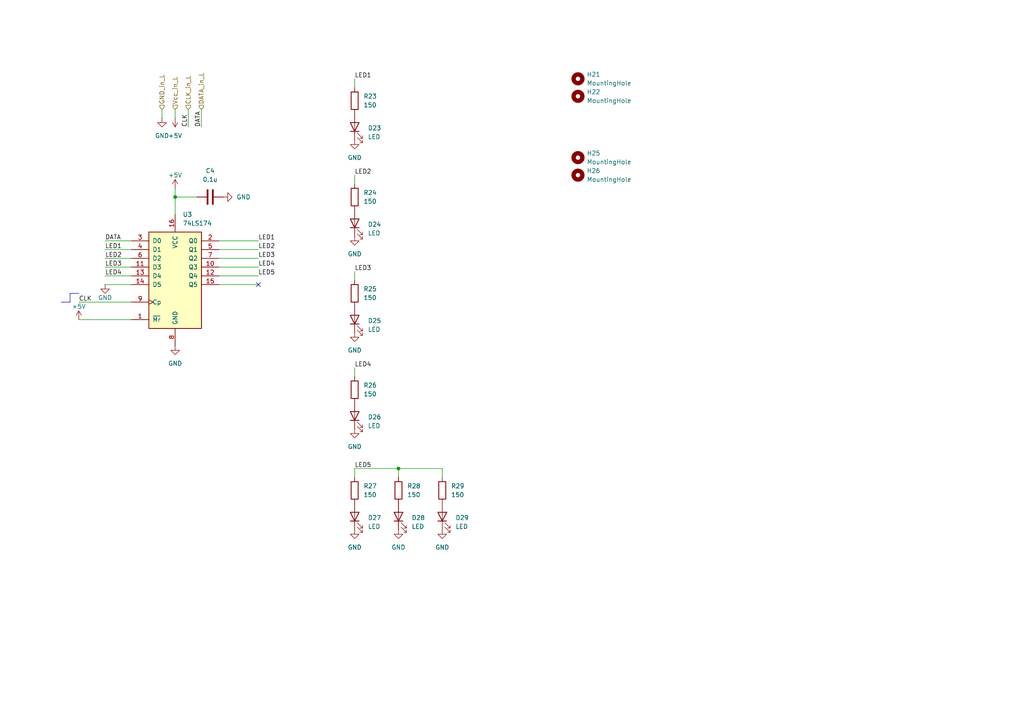
<source format=kicad_sch>
(kicad_sch (version 20231120) (generator "eeschema") (generator_version "8.0")
  (paper "A4")
  (lib_symbols
    (symbol "74xx:74LS174" (pin_names (offset 1.016))
      (property "Reference" "U" (at -7.62 13.97 0))
      (property "Value" "74LS174" (at -7.62 -16.51 0))
      (symbol "74LS174_1_0"
        (pin input line (at -12.7 -12.7 0) (length 5.08) (name "~{Mr}") (number "1"))
        (pin output line (at 12.7 2.54 180) (length 5.08) (name "Q3") (number "10"))
        (pin input line (at -12.7 2.54 0) (length 5.08) (name "D3") (number "11"))
        (pin output line (at 12.7 0 180) (length 5.08) (name "Q4") (number "12"))
        (pin input line (at -12.7 0 0) (length 5.08) (name "D4") (number "13"))
        (pin input line (at -12.7 -2.54 0) (length 5.08) (name "D5") (number "14"))
        (pin output line (at 12.7 -2.54 180) (length 5.08) (name "Q5") (number "15"))
        (pin power_in line (at 0 17.78 270) (length 5.08) (name "VCC") (number "16"))
        (pin output line (at 12.7 10.16 180) (length 5.08) (name "Q0") (number "2"))
        (pin input line (at -12.7 10.16 0) (length 5.08) (name "D0") (number "3"))
        (pin input line (at -12.7 7.62 0) (length 5.08) (name "D1") (number "4"))
        (pin output line (at 12.7 7.62 180) (length 5.08) (name "Q1") (number "5"))
        (pin input line (at -12.7 5.08 0) (length 5.08) (name "D2") (number "6"))
        (pin output line (at 12.7 5.08 180) (length 5.08) (name "Q2") (number "7"))
        (pin power_in line (at 0 -20.32 90) (length 5.08) (name "GND") (number "8"))
        (pin input clock (at -12.7 -7.62 0) (length 5.08) (name "Cp") (number "9"))
      )
      (symbol "74LS174_1_1"
        (rectangle (start -7.62 12.7) (end 7.62 -15.24) (stroke (width 0.254)) (fill (type background)))
      )
    )
    (symbol "Device:C" (pin_numbers hide) (pin_names (offset 0.254))
      (property "Reference" "C" (at 0.635 2.54 0))
      (property "Value" "C" (at 0.635 -2.54 0))
      (symbol "C_0_1"
        (polyline (pts (xy -2.032 -0.762) (xy 2.032 -0.762)) (stroke (width 0.508)))
        (polyline (pts (xy -2.032 0.762) (xy 2.032 0.762)) (stroke (width 0.508)))
      )
      (symbol "C_1_1"
        (pin passive line (at 0 3.81 270) (length 2.794) (name "~") (number "1"))
        (pin passive line (at 0 -3.81 90) (length 2.794) (name "~") (number "2"))
      )
    )
    (symbol "Device:LED" (pin_numbers hide) (pin_names (offset 1.016) hide)
      (property "Reference" "D" (at 0 2.54 0))
      (property "Value" "LED" (at 0 -2.54 0))
      (symbol "LED_0_1"
        (polyline (pts (xy -1.27 -1.27) (xy -1.27 1.27)) (stroke (width 0.254)))
        (polyline (pts (xy -1.27 0) (xy 1.27 0)))
        (polyline (pts (xy 1.27 -1.27) (xy 1.27 1.27) (xy -1.27 0) (xy 1.27 -1.27)) (stroke (width 0.254)))
        (polyline (pts (xy -3.048 -0.762) (xy -4.572 -2.286) (xy -3.81 -2.286) (xy -4.572 -2.286) (xy -4.572 -1.524)))
        (polyline (pts (xy -1.778 -0.762) (xy -3.302 -2.286) (xy -2.54 -2.286) (xy -3.302 -2.286) (xy -3.302 -1.524)))
      )
      (symbol "LED_1_1"
        (pin passive line (at -3.81 0 0) (length 2.54) (name "K") (number "1"))
        (pin passive line (at 3.81 0 180) (length 2.54) (name "A") (number "2"))
      )
    )
    (symbol "Device:R" (pin_numbers hide) (pin_names (offset 0))
      (property "Reference" "R" (at 2.032 0 90))
      (property "Value" "R" (at 0 0 90))
      (symbol "R_0_1"
        (rectangle (start -1.016 -2.54) (end 1.016 2.54) (stroke (width 0.254)))
      )
      (symbol "R_1_1"
        (pin passive line (at 0 3.81 270) (length 1.27) (name "~") (number "1"))
        (pin passive line (at 0 -3.81 90) (length 1.27) (name "~") (number "2"))
      )
    )
    (symbol "Mechanical:MountingHole" (pin_names (offset 1.016)) (exclude_from_sim yes) (in_bom no)
      (property "Reference" "H" (at 0 5.08 0))
      (property "Value" "MountingHole" (at 0 3.175 0))
      (symbol "MountingHole_0_1"
        (circle (center 0 0) (radius 1.27) (stroke (width 1.27)))
      )
    )
    (symbol "power:+5V" (power) (pin_numbers hide) (pin_names (offset 0) hide)
      (property "Value" "+5V" (at 0 3.556 0))
      (symbol "+5V_0_1"
        (polyline (pts (xy -0.762 1.27) (xy 0 2.54)))
        (polyline (pts (xy 0 0) (xy 0 2.54)))
        (polyline (pts (xy 0 2.54) (xy 0.762 1.27)))
      )
      (symbol "+5V_1_1"
        (pin power_in line (at 0 0 90) (length 0) (name "~") (number "1"))
      )
    )
    (symbol "power:GND" (power) (pin_numbers hide) (pin_names (offset 0) hide)
      (property "Value" "GND" (at 0 -3.81 0))
      (symbol "GND_0_1"
        (polyline (pts (xy 0 0) (xy 0 -1.27) (xy 1.27 -1.27) (xy 0 -2.54) (xy -1.27 -1.27) (xy 0 -1.27)))
      )
      (symbol "GND_1_1"
        (pin power_in line (at 0 0 270) (length 0) (name "~") (number "1"))
      )
    )
  )
  (junction (at 115.57 135.89))
  (junction (at 50.8 57.15))
  (no_connect (at 74.93 82.55))
  (wire (pts (xy 30.48 74.93) (xy 38.1 74.93)))
  (wire (pts (xy 50.8 57.15) (xy 50.8 62.23)))
  (polyline (pts (xy 17.78 87.63) (xy 20.32 87.63)))
  (wire (pts (xy 22.86 87.63) (xy 38.1 87.63)))
  (polyline (pts (xy 20.32 85.09) (xy 22.86 85.09)))
  (wire (pts (xy 30.48 69.85) (xy 38.1 69.85)))
  (wire (pts (xy 63.5 80.01) (xy 74.93 80.01)))
  (wire (pts (xy 50.8 31.75) (xy 50.8 34.29)))
  (wire (pts (xy 46.99 31.75) (xy 46.99 34.29)))
  (polyline (pts (xy 20.32 87.63) (xy 20.32 85.09)))
  (wire (pts (xy 30.48 80.01) (xy 38.1 80.01)))
  (wire (pts (xy 128.27 135.89) (xy 128.27 138.43)))
  (wire (pts (xy 102.87 22.86) (xy 102.87 25.4)))
  (wire (pts (xy 57.15 57.15) (xy 50.8 57.15)))
  (wire (pts (xy 115.57 135.89) (xy 128.27 135.89)))
  (wire (pts (xy 102.87 78.74) (xy 102.87 81.28)))
  (wire (pts (xy 63.5 77.47) (xy 74.93 77.47)))
  (wire (pts (xy 102.87 135.89) (xy 102.87 138.43)))
  (wire (pts (xy 54.61 31.75) (xy 54.61 36.83)))
  (wire (pts (xy 63.5 72.39) (xy 74.93 72.39)))
  (wire (pts (xy 63.5 74.93) (xy 74.93 74.93)))
  (wire (pts (xy 63.5 82.55) (xy 74.93 82.55)))
  (wire (pts (xy 102.87 106.68) (xy 102.87 109.22)))
  (wire (pts (xy 30.48 77.47) (xy 38.1 77.47)))
  (wire (pts (xy 30.48 72.39) (xy 38.1 72.39)))
  (wire (pts (xy 63.5 69.85) (xy 74.93 69.85)))
  (wire (pts (xy 102.87 135.89) (xy 115.57 135.89)))
  (wire (pts (xy 22.86 92.71) (xy 38.1 92.71)))
  (wire (pts (xy 30.48 82.55) (xy 38.1 82.55)))
  (wire (pts (xy 115.57 135.89) (xy 115.57 138.43)))
  (wire (pts (xy 58.42 31.75) (xy 58.42 36.83)))
  (wire (pts (xy 102.87 50.8) (xy 102.87 53.34)))
  (wire (pts (xy 50.8 54.61) (xy 50.8 57.15)))
  (label "LED3" (at 102.87 78.74 0))
  (label "DATA" (at 58.42 36.83 90))
  (label "CLK" (at 54.61 36.83 90))
  (label "CLK" (at 22.86 87.63 0))
  (label "LED4" (at 30.48 80.01 0))
  (label "DATA" (at 30.48 69.85 0))
  (label "LED3" (at 74.93 74.93 0))
  (label "LED5" (at 102.87 135.89 0))
  (label "LED1" (at 30.48 72.39 0))
  (label "LED1" (at 102.87 22.86 0))
  (label "LED1" (at 74.93 69.85 0))
  (label "LED3" (at 30.48 77.47 0))
  (label "LED2" (at 74.93 72.39 0))
  (label "LED5" (at 74.93 80.01 0))
  (label "LED4" (at 74.93 77.47 0))
  (label "LED2" (at 102.87 50.8 0))
  (label "LED4" (at 102.87 106.68 0))
  (label "LED2" (at 30.48 74.93 0))
  (hierarchical_label "Vcc_in_L" (shape input) (at 50.8 31.75 90))
  (hierarchical_label "CLK_in_L" (shape input) (at 54.61 31.75 90))
  (hierarchical_label "GND_in_L" (shape input) (at 46.99 31.75 90))
  (hierarchical_label "DATA_in_L" (shape input) (at 58.42 31.75 90))
  (symbol (lib_id "Device:LED") (at 102.87 149.86 90) (unit 1)
    (property "Reference" "D27" (at 106.68 150.1774 90) (effects (justify right)))
    (property "Value" "LED" (at 106.68 152.7174 90) (effects (justify right)))
    (property "Footprint" "LED_THT:LED_D5.0mm" (effects (hide yes)))
    (property "Description" "Light emitting diode" (effects (hide yes)))
  )
  (symbol (lib_id "Device:R") (at 115.57 142.24 0) (unit 1)
    (property "Reference" "R28" (at 118.11 140.9699 0) (effects (justify left)))
    (property "Value" "150" (at 118.11 143.5099 0) (effects (justify left)))
    (property "Footprint" "Resistor_SMD:R_0603_1608Metric" (effects (hide yes)))
    (property "Description" "Resistor" (effects (hide yes)))
  )
  (symbol (lib_id "power:+5V") (at 50.8 54.61 0) (unit 1)
    (property "Reference" "#PWR038" (effects (hide yes)))
    (property "Value" "+5V" (at 50.8 50.8 0))
    (property "Description" "Power symbol creates a global label with name \"+5V\"" (effects (hide yes)))
  )
  (symbol (lib_id "Mechanical:MountingHole") (at 167.64 50.8 0) (unit 1) (exclude_from_sim yes) (in_bom no)
    (property "Reference" "H26" (at 170.18 49.5299 0) (effects (justify left)))
    (property "Value" "MountingHole" (at 170.18 52.0699 0) (effects (justify left)))
    (property "Footprint" "MountingHole:MountingHole_5.3mm_M5_DIN965_Pad" (effects (hide yes)))
    (property "Description" "Mounting Hole without connection" (effects (hide yes)))
  )
  (symbol (lib_id "power:GND") (at 102.87 153.67 0) (unit 1)
    (property "Reference" "#PWR044" (effects (hide yes)))
    (property "Value" "GND" (at 102.87 158.75 0))
    (property "Description" "Power symbol creates a global label with name \"GND\" , ground" (effects (hide yes)))
  )
  (symbol (lib_id "power:GND") (at 102.87 124.46 0) (unit 1)
    (property "Reference" "#PWR043" (effects (hide yes)))
    (property "Value" "GND" (at 102.87 129.54 0))
    (property "Description" "Power symbol creates a global label with name \"GND\" , ground" (effects (hide yes)))
  )
  (symbol (lib_id "power:GND") (at 46.99 34.29 0) (unit 1)
    (property "Reference" "#PWR047" (effects (hide yes)))
    (property "Value" "GND" (at 46.99 39.37 0))
    (property "Description" "Power symbol creates a global label with name \"GND\" , ground" (effects (hide yes)))
  )
  (symbol (lib_id "Device:LED") (at 102.87 120.65 90) (unit 1)
    (property "Reference" "D26" (at 106.68 120.9674 90) (effects (justify right)))
    (property "Value" "LED" (at 106.68 123.5074 90) (effects (justify right)))
    (property "Footprint" "LED_THT:LED_D5.0mm" (effects (hide yes)))
    (property "Description" "Light emitting diode" (effects (hide yes)))
  )
  (symbol (lib_id "power:+5V") (at 50.8 34.29 180) (unit 1)
    (property "Reference" "#PWR049" (effects (hide yes)))
    (property "Value" "+5V" (at 50.8 39.37 0))
    (property "Description" "Power symbol creates a global label with name \"+5V\"" (effects (hide yes)))
  )
  (symbol (lib_id "Device:R") (at 102.87 113.03 0) (unit 1)
    (property "Reference" "R26" (at 105.41 111.7599 0) (effects (justify left)))
    (property "Value" "150" (at 105.41 114.2999 0) (effects (justify left)))
    (property "Footprint" "Resistor_SMD:R_0603_1608Metric" (effects (hide yes)))
    (property "Description" "Resistor" (effects (hide yes)))
  )
  (symbol (lib_id "power:GND") (at 64.77 57.15 90) (unit 1)
    (property "Reference" "#PWR070" (effects (hide yes)))
    (property "Value" "GND" (at 68.58 57.1499 90) (effects (justify right)))
    (property "Description" "Power symbol creates a global label with name \"GND\" , ground" (effects (hide yes)))
  )
  (symbol (lib_id "power:GND") (at 115.57 153.67 0) (unit 1)
    (property "Reference" "#PWR045" (effects (hide yes)))
    (property "Value" "GND" (at 115.57 158.75 0))
    (property "Description" "Power symbol creates a global label with name \"GND\" , ground" (effects (hide yes)))
  )
  (symbol (lib_id "power:GND") (at 102.87 40.64 0) (unit 1)
    (property "Reference" "#PWR040" (effects (hide yes)))
    (property "Value" "GND" (at 102.87 45.72 0))
    (property "Description" "Power symbol creates a global label with name \"GND\" , ground" (effects (hide yes)))
  )
  (symbol (lib_id "power:+5V") (at 22.86 92.71 0) (unit 1)
    (property "Reference" "#PWR037" (effects (hide yes)))
    (property "Value" "+5V" (at 22.86 88.9 0))
    (property "Description" "Power symbol creates a global label with name \"+5V\"" (effects (hide yes)))
  )
  (symbol (lib_id "Mechanical:MountingHole") (at 167.64 22.86 0) (unit 1) (exclude_from_sim yes) (in_bom no)
    (property "Reference" "H21" (at 170.18 21.5899 0) (effects (justify left)))
    (property "Value" "MountingHole" (at 170.18 24.1299 0) (effects (justify left)))
    (property "Footprint" "MountingHole:MountingHole_5.3mm_M5_DIN965_Pad" (effects (hide yes)))
    (property "Description" "Mounting Hole without connection" (effects (hide yes)))
  )
  (symbol (lib_id "Device:LED") (at 128.27 149.86 90) (unit 1)
    (property "Reference" "D29" (at 132.08 150.1774 90) (effects (justify right)))
    (property "Value" "LED" (at 132.08 152.7174 90) (effects (justify right)))
    (property "Footprint" "LED_THT:LED_D5.0mm" (effects (hide yes)))
    (property "Description" "Light emitting diode" (effects (hide yes)))
  )
  (symbol (lib_id "Device:LED") (at 115.57 149.86 90) (unit 1)
    (property "Reference" "D28" (at 119.38 150.1774 90) (effects (justify right)))
    (property "Value" "LED" (at 119.38 152.7174 90) (effects (justify right)))
    (property "Footprint" "LED_THT:LED_D5.0mm" (effects (hide yes)))
    (property "Description" "Light emitting diode" (effects (hide yes)))
  )
  (symbol (lib_id "Device:LED") (at 102.87 64.77 90) (unit 1)
    (property "Reference" "D24" (at 106.68 65.0874 90) (effects (justify right)))
    (property "Value" "LED" (at 106.68 67.6274 90) (effects (justify right)))
    (property "Footprint" "LED_THT:LED_D5.0mm" (effects (hide yes)))
    (property "Description" "Light emitting diode" (effects (hide yes)))
  )
  (symbol (lib_id "Mechanical:MountingHole") (at 167.64 27.94 0) (unit 1) (exclude_from_sim yes) (in_bom no)
    (property "Reference" "H22" (at 170.18 26.6699 0) (effects (justify left)))
    (property "Value" "MountingHole" (at 170.18 29.2099 0) (effects (justify left)))
    (property "Footprint" "MountingHole:MountingHole_5.3mm_M5_DIN965_Pad" (effects (hide yes)))
    (property "Description" "Mounting Hole without connection" (effects (hide yes)))
  )
  (symbol (lib_id "Device:LED") (at 102.87 92.71 90) (unit 1)
    (property "Reference" "D25" (at 106.68 93.0274 90) (effects (justify right)))
    (property "Value" "LED" (at 106.68 95.5674 90) (effects (justify right)))
    (property "Footprint" "LED_THT:LED_D5.0mm" (effects (hide yes)))
    (property "Description" "Light emitting diode" (effects (hide yes)))
  )
  (symbol (lib_id "Device:R") (at 102.87 85.09 0) (unit 1)
    (property "Reference" "R25" (at 105.41 83.8199 0) (effects (justify left)))
    (property "Value" "150" (at 105.41 86.3599 0) (effects (justify left)))
    (property "Footprint" "Resistor_SMD:R_0603_1608Metric" (effects (hide yes)))
    (property "Description" "Resistor" (effects (hide yes)))
  )
  (symbol (lib_id "power:GND") (at 102.87 68.58 0) (unit 1)
    (property "Reference" "#PWR041" (effects (hide yes)))
    (property "Value" "GND" (at 102.87 73.66 0))
    (property "Description" "Power symbol creates a global label with name \"GND\" , ground" (effects (hide yes)))
  )
  (symbol (lib_id "power:GND") (at 50.8 100.33 0) (unit 1)
    (property "Reference" "#PWR039" (effects (hide yes)))
    (property "Value" "GND" (at 50.8 105.41 0))
    (property "Description" "Power symbol creates a global label with name \"GND\" , ground" (effects (hide yes)))
  )
  (symbol (lib_id "Mechanical:MountingHole") (at 167.64 45.72 0) (unit 1) (exclude_from_sim yes) (in_bom no)
    (property "Reference" "H25" (at 170.18 44.4499 0) (effects (justify left)))
    (property "Value" "MountingHole" (at 170.18 46.9899 0) (effects (justify left)))
    (property "Footprint" "MountingHole:MountingHole_5.3mm_M5_DIN965_Pad" (effects (hide yes)))
    (property "Description" "Mounting Hole without connection" (effects (hide yes)))
  )
  (symbol (lib_id "Device:C") (at 60.96 57.15 90) (unit 1)
    (property "Reference" "C4" (at 60.96 49.53 90))
    (property "Value" "0.1u" (at 60.96 52.07 90))
    (property "Footprint" "Capacitor_SMD:C_0603_1608Metric" (effects (hide yes)))
    (property "Description" "Unpolarized capacitor" (effects (hide yes)))
  )
  (symbol (lib_id "Device:R") (at 102.87 142.24 0) (unit 1)
    (property "Reference" "R27" (at 105.41 140.9699 0) (effects (justify left)))
    (property "Value" "150" (at 105.41 143.5099 0) (effects (justify left)))
    (property "Footprint" "Resistor_SMD:R_0603_1608Metric" (effects (hide yes)))
    (property "Description" "Resistor" (effects (hide yes)))
  )
  (symbol (lib_id "power:GND") (at 128.27 153.67 0) (unit 1)
    (property "Reference" "#PWR046" (effects (hide yes)))
    (property "Value" "GND" (at 128.27 158.75 0))
    (property "Description" "Power symbol creates a global label with name \"GND\" , ground" (effects (hide yes)))
  )
  (symbol (lib_id "power:GND") (at 102.87 96.52 0) (unit 1)
    (property "Reference" "#PWR042" (effects (hide yes)))
    (property "Value" "GND" (at 102.87 101.6 0))
    (property "Description" "Power symbol creates a global label with name \"GND\" , ground" (effects (hide yes)))
  )
  (symbol (lib_id "74xx:74LS174") (at 50.8 80.01 0) (unit 1)
    (property "Reference" "U3" (at 52.9941 62.23 0) (effects (justify left)))
    (property "Value" "74LS174" (at 52.9941 64.77 0) (effects (justify left)))
    (property "Footprint" "Package_DIP:DIP-16_W7.62mm" (effects (hide yes)))
    (property "Datasheet" "http://www.ti.com/lit/gpn/sn74LS174" (effects (hide yes)))
    (property "Description" "Hex D-type Flip-Flop, reset" (effects (hide yes)))
  )
  (symbol (lib_id "power:GND") (at 30.48 82.55 0) (unit 1)
    (property "Reference" "#PWR074" (effects (hide yes)))
    (property "Value" "GND" (at 30.48 86.36 0))
    (property "Description" "Power symbol creates a global label with name \"GND\" , ground" (effects (hide yes)))
  )
  (symbol (lib_id "Device:R") (at 102.87 29.21 0) (unit 1)
    (property "Reference" "R23" (at 105.41 27.9399 0) (effects (justify left)))
    (property "Value" "150" (at 105.41 30.4799 0) (effects (justify left)))
    (property "Footprint" "Resistor_SMD:R_0603_1608Metric" (effects (hide yes)))
    (property "Description" "Resistor" (effects (hide yes)))
  )
  (symbol (lib_id "Device:R") (at 102.87 57.15 0) (unit 1)
    (property "Reference" "R24" (at 105.41 55.8799 0) (effects (justify left)))
    (property "Value" "150" (at 105.41 58.4199 0) (effects (justify left)))
    (property "Footprint" "Resistor_SMD:R_0603_1608Metric" (effects (hide yes)))
    (property "Description" "Resistor" (effects (hide yes)))
  )
  (symbol (lib_id "Device:LED") (at 102.87 36.83 90) (unit 1)
    (property "Reference" "D23" (at 106.68 37.1474 90) (effects (justify right)))
    (property "Value" "LED" (at 106.68 39.6874 90) (effects (justify right)))
    (property "Footprint" "LED_THT:LED_D5.0mm" (effects (hide yes)))
    (property "Description" "Light emitting diode" (effects (hide yes)))
  )
  (symbol (lib_id "Device:R") (at 128.27 142.24 0) (unit 1)
    (property "Reference" "R29" (at 130.81 140.9699 0) (effects (justify left)))
    (property "Value" "150" (at 130.81 143.5099 0) (effects (justify left)))
    (property "Footprint" "Resistor_SMD:R_0603_1608Metric" (effects (hide yes)))
    (property "Description" "Resistor" (effects (hide yes)))
  )
)
</source>
